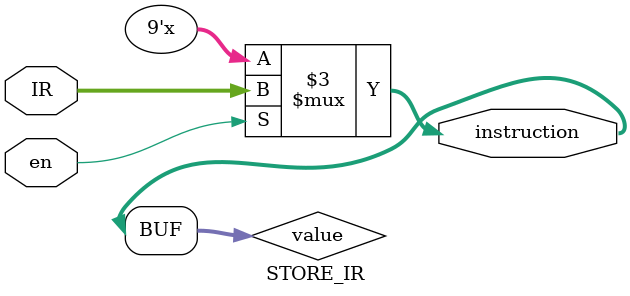
<source format=sv>
module STORE_IR
(
	input		logic [8:0] IR,
	input 	logic en,
	output 	logic [8:0] instruction
);
//
reg [8:0] value;
//
always@(*)
begin
	if	(en)
		value = IR;
	else 
		value = value;
end
//
assign instruction = value;
endmodule : STORE_IR
</source>
